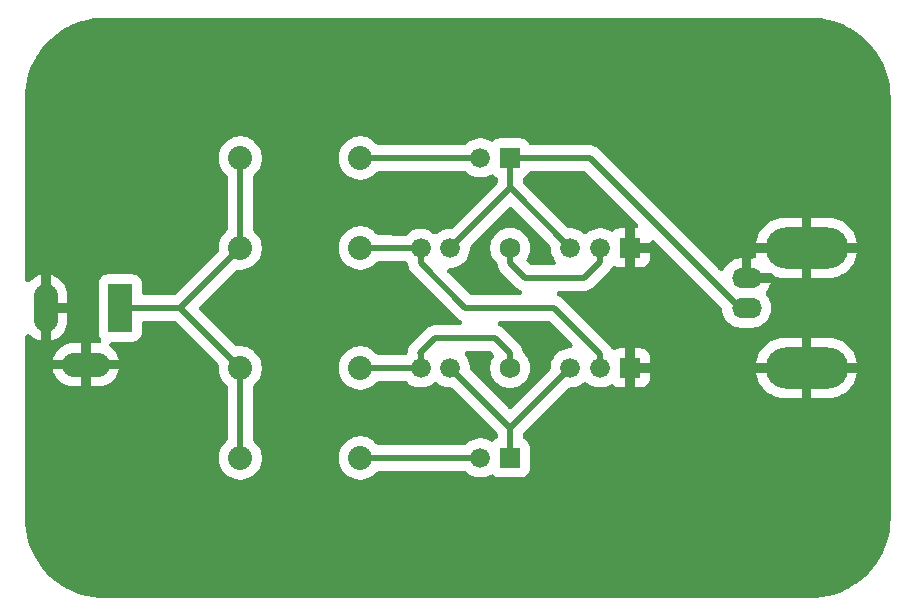
<source format=gbr>
%TF.GenerationSoftware,KiCad,Pcbnew,9.0.6*%
%TF.CreationDate,2026-02-11T14:43:15-08:00*%
%TF.ProjectId,7L_LED_Flasher,374c5f4c-4544-45f4-966c-61736865722e,rev?*%
%TF.SameCoordinates,Original*%
%TF.FileFunction,Copper,L1,Top*%
%TF.FilePolarity,Positive*%
%FSLAX46Y46*%
G04 Gerber Fmt 4.6, Leading zero omitted, Abs format (unit mm)*
G04 Created by KiCad (PCBNEW 9.0.6) date 2026-02-11 14:43:15*
%MOMM*%
%LPD*%
G01*
G04 APERTURE LIST*
%TA.AperFunction,ComponentPad*%
%ADD10R,1.676400X1.676400*%
%TD*%
%TA.AperFunction,ComponentPad*%
%ADD11C,1.676400*%
%TD*%
%TA.AperFunction,ComponentPad*%
%ADD12C,2.032000*%
%TD*%
%TA.AperFunction,ComponentPad*%
%ADD13C,1.727200*%
%TD*%
%TA.AperFunction,ComponentPad*%
%ADD14R,2.032000X4.064000*%
%TD*%
%TA.AperFunction,ComponentPad*%
%ADD15O,2.032000X4.064000*%
%TD*%
%TA.AperFunction,ComponentPad*%
%ADD16O,4.064000X2.032000*%
%TD*%
%TA.AperFunction,ComponentPad*%
%ADD17O,2.540000X1.701800*%
%TD*%
%TA.AperFunction,ComponentPad*%
%ADD18O,7.000000X3.500000*%
%TD*%
%TA.AperFunction,Conductor*%
%ADD19C,0.508000*%
%TD*%
G04 APERTURE END LIST*
D10*
%TO.P,Q2,1,E*%
%TO.N,GND*%
X101600000Y-55880000D03*
D11*
%TO.P,Q2,2,B*%
%TO.N,Net-(Q2-B)*%
X99060000Y-55880000D03*
%TO.P,Q2,3,C*%
%TO.N,Net-(D2-K)*%
X96520000Y-55880000D03*
%TD*%
%TO.P,C1,1*%
%TO.N,Net-(Q2-B)*%
X83860000Y-45760000D03*
%TO.P,C1,2*%
%TO.N,Net-(D1-K)*%
X86360000Y-45760000D03*
%TD*%
D10*
%TO.P,Q1,1,E*%
%TO.N,GND*%
X101600000Y-45720000D03*
D11*
%TO.P,Q1,2,B*%
%TO.N,Net-(Q1-B)*%
X99060000Y-45720000D03*
%TO.P,Q1,3,C*%
%TO.N,Net-(D1-K)*%
X96520000Y-45720000D03*
%TD*%
D12*
%TO.P,R4,1*%
%TO.N,VCC*%
X68580000Y-63500000D03*
%TO.P,R4,2*%
%TO.N,Net-(D2-A)*%
X78740000Y-63500000D03*
%TD*%
D10*
%TO.P,D1,1,K*%
%TO.N,Net-(D1-K)*%
X91440000Y-38100000D03*
D11*
%TO.P,D1,2,A*%
%TO.N,Net-(D1-A)*%
X88900000Y-38100000D03*
%TD*%
D13*
%TO.P,REF\u002A\u002A,1*%
%TO.N,Net-(Q1-B)*%
X91440000Y-45720000D03*
%TD*%
D12*
%TO.P,R1,1*%
%TO.N,VCC*%
X68580000Y-45720000D03*
%TO.P,R1,2*%
%TO.N,Net-(Q2-B)*%
X78740000Y-45720000D03*
%TD*%
%TO.P,R3,1*%
%TO.N,VCC*%
X68580000Y-38100000D03*
%TO.P,R3,2*%
%TO.N,Net-(D1-A)*%
X78740000Y-38100000D03*
%TD*%
D11*
%TO.P,C2,1*%
%TO.N,Net-(D2-K)*%
X86360000Y-55880000D03*
%TO.P,C2,2*%
%TO.N,Net-(Q1-B)*%
X83860000Y-55880000D03*
%TD*%
D12*
%TO.P,R2,1*%
%TO.N,VCC*%
X68580000Y-55880000D03*
%TO.P,R2,2*%
%TO.N,Net-(Q1-B)*%
X78740000Y-55880000D03*
%TD*%
D14*
%TO.P,J3,1*%
%TO.N,VCC*%
X58420000Y-50800000D03*
D15*
%TO.P,J3,2*%
%TO.N,GND*%
X52120000Y-50800000D03*
D16*
%TO.P,J3,3*%
X55520000Y-55600000D03*
%TD*%
D13*
%TO.P,,1*%
%TO.N,Net-(Q1-B)*%
X91440000Y-55880000D03*
%TD*%
D10*
%TO.P,D2,1,K*%
%TO.N,Net-(D2-K)*%
X91440000Y-63500000D03*
D11*
%TO.P,D2,2,A*%
%TO.N,Net-(D2-A)*%
X88900000Y-63500000D03*
%TD*%
D17*
%TO.P,J1,1,In*%
%TO.N,Net-(D1-K)*%
X111450000Y-50800000D03*
D18*
%TO.P,J1,2,Ext*%
%TO.N,GND*%
X116530000Y-45720000D03*
D17*
X111450000Y-48260000D03*
D18*
X116530000Y-55880000D03*
%TD*%
D19*
%TO.N,Net-(Q2-B)*%
X87630000Y-50800000D02*
X95165393Y-50800000D01*
X81320000Y-45760000D02*
X83860000Y-45760000D01*
X78740000Y-45720000D02*
X81280000Y-45720000D01*
X81280000Y-45720000D02*
X81320000Y-45760000D01*
X99060000Y-54694607D02*
X99060000Y-55880000D01*
X83860000Y-47030000D02*
X87630000Y-50800000D01*
X95165393Y-50800000D02*
X99060000Y-54694607D01*
X83860000Y-45760000D02*
X83860000Y-47030000D01*
%TO.N,Net-(D1-K)*%
X98157448Y-38100000D02*
X110857448Y-50800000D01*
X91480000Y-40680000D02*
X96520000Y-45720000D01*
X110857448Y-50800000D02*
X111450000Y-50800000D01*
X91440000Y-40680000D02*
X91480000Y-40680000D01*
X91440000Y-38100000D02*
X98157448Y-38100000D01*
X91440000Y-38100000D02*
X91440000Y-40680000D01*
X91440000Y-40680000D02*
X86360000Y-45760000D01*
%TO.N,Net-(Q1-B)*%
X97705393Y-48260000D02*
X99060000Y-46905393D01*
X90170000Y-53340000D02*
X85090000Y-53340000D01*
X83860000Y-54650000D02*
X83860000Y-55880000D01*
X78740000Y-55880000D02*
X83860000Y-55880000D01*
X85090000Y-53340000D02*
X83820000Y-54610000D01*
X91440000Y-54610000D02*
X90170000Y-53340000D01*
X91440000Y-45720000D02*
X91440000Y-46990000D01*
X91440000Y-46990000D02*
X92710000Y-48260000D01*
X91440000Y-55880000D02*
X91440000Y-54610000D01*
X83820000Y-54610000D02*
X83860000Y-54650000D01*
X92710000Y-48260000D02*
X97705393Y-48260000D01*
X99060000Y-46905393D02*
X99060000Y-45720000D01*
%TO.N,Net-(D2-K)*%
X86360000Y-55880000D02*
X91440000Y-60960000D01*
X96520000Y-55880000D02*
X91440000Y-60960000D01*
X91440000Y-60960000D02*
X91440000Y-63500000D01*
%TO.N,Net-(D1-A)*%
X78740000Y-38100000D02*
X88900000Y-38100000D01*
%TO.N,Net-(D2-A)*%
X78740000Y-63500000D02*
X88900000Y-63500000D01*
%TO.N,VCC*%
X68580000Y-63500000D02*
X68580000Y-55880000D01*
X68580000Y-55880000D02*
X63500000Y-50800000D01*
X63500000Y-50800000D02*
X68580000Y-45720000D01*
X68580000Y-38100000D02*
X68580000Y-45720000D01*
X63500000Y-50800000D02*
X58420000Y-50800000D01*
%TD*%
%TA.AperFunction,Conductor*%
%TO.N,GND*%
G36*
X116844730Y-26213477D02*
G01*
X117339207Y-26231979D01*
X117358072Y-26233392D01*
X117845081Y-26288265D01*
X117863787Y-26291084D01*
X118345335Y-26382198D01*
X118363773Y-26386407D01*
X118837169Y-26513253D01*
X118855218Y-26518820D01*
X119317856Y-26680704D01*
X119335437Y-26687605D01*
X119784655Y-26883596D01*
X119801671Y-26891791D01*
X120157457Y-27079829D01*
X120234981Y-27120802D01*
X120251366Y-27130262D01*
X120666344Y-27391009D01*
X120681952Y-27401651D01*
X121032671Y-27660493D01*
X121076289Y-27692685D01*
X121091081Y-27704481D01*
X121462560Y-28024164D01*
X121476429Y-28037033D01*
X121822966Y-28383570D01*
X121835835Y-28397439D01*
X122155518Y-28768918D01*
X122167314Y-28783710D01*
X122458340Y-29178035D01*
X122468998Y-29193668D01*
X122729737Y-29608633D01*
X122739197Y-29625018D01*
X122968201Y-30058313D01*
X122976410Y-30075359D01*
X123172388Y-30524546D01*
X123179301Y-30542158D01*
X123341174Y-31004765D01*
X123346750Y-31022845D01*
X123473591Y-31496222D01*
X123477801Y-31514667D01*
X123568914Y-31996211D01*
X123571734Y-32014920D01*
X123626606Y-32501926D01*
X123628020Y-32520793D01*
X123646523Y-33015269D01*
X123646700Y-33024729D01*
X123646700Y-68575270D01*
X123646523Y-68584730D01*
X123628020Y-69079206D01*
X123626606Y-69098073D01*
X123571734Y-69585079D01*
X123568914Y-69603788D01*
X123477801Y-70085332D01*
X123473591Y-70103777D01*
X123346750Y-70577154D01*
X123341174Y-70595234D01*
X123179301Y-71057841D01*
X123172388Y-71075453D01*
X122976410Y-71524640D01*
X122968201Y-71541686D01*
X122739197Y-71974981D01*
X122729737Y-71991366D01*
X122468998Y-72406331D01*
X122458340Y-72421964D01*
X122167314Y-72816289D01*
X122155518Y-72831081D01*
X121835835Y-73202560D01*
X121822966Y-73216429D01*
X121476429Y-73562966D01*
X121462560Y-73575835D01*
X121091081Y-73895518D01*
X121076289Y-73907314D01*
X120681964Y-74198340D01*
X120666331Y-74208998D01*
X120251366Y-74469737D01*
X120234981Y-74479197D01*
X119801686Y-74708201D01*
X119784640Y-74716410D01*
X119335453Y-74912388D01*
X119317841Y-74919301D01*
X118855234Y-75081174D01*
X118837154Y-75086750D01*
X118363777Y-75213591D01*
X118345332Y-75217801D01*
X117863788Y-75308914D01*
X117845079Y-75311734D01*
X117358073Y-75366606D01*
X117339206Y-75368020D01*
X116844730Y-75386523D01*
X116835270Y-75386700D01*
X57154730Y-75386700D01*
X57145270Y-75386523D01*
X56650793Y-75368020D01*
X56631926Y-75366606D01*
X56144920Y-75311734D01*
X56126211Y-75308914D01*
X55644667Y-75217801D01*
X55626222Y-75213591D01*
X55152845Y-75086750D01*
X55134765Y-75081174D01*
X54672158Y-74919301D01*
X54654546Y-74912388D01*
X54205355Y-74716408D01*
X54188313Y-74708201D01*
X53755018Y-74479197D01*
X53738633Y-74469737D01*
X53472549Y-74302546D01*
X53323661Y-74208993D01*
X53308041Y-74198344D01*
X52913710Y-73907314D01*
X52898918Y-73895518D01*
X52527439Y-73575835D01*
X52513570Y-73562966D01*
X52167033Y-73216429D01*
X52154164Y-73202560D01*
X51834481Y-72831081D01*
X51822685Y-72816289D01*
X51631734Y-72557560D01*
X51531651Y-72421952D01*
X51521009Y-72406344D01*
X51260262Y-71991366D01*
X51250802Y-71974981D01*
X51209829Y-71897457D01*
X51021791Y-71541671D01*
X51013596Y-71524655D01*
X50817605Y-71075437D01*
X50810704Y-71057856D01*
X50648820Y-70595218D01*
X50643253Y-70577169D01*
X50516407Y-70103773D01*
X50512198Y-70085332D01*
X50421085Y-69603788D01*
X50418265Y-69585079D01*
X50363393Y-69098073D01*
X50361979Y-69079206D01*
X50343477Y-68584730D01*
X50343300Y-68575270D01*
X50343300Y-55193599D01*
X52719580Y-55193599D01*
X52719581Y-55193600D01*
X54191978Y-55193600D01*
X54097498Y-55288080D01*
X54030619Y-55403919D01*
X53996000Y-55533120D01*
X53996000Y-55666880D01*
X54030619Y-55796081D01*
X54097498Y-55911920D01*
X54191978Y-56006400D01*
X52719580Y-56006400D01*
X52768534Y-56189100D01*
X52768539Y-56189113D01*
X52860278Y-56410590D01*
X52860283Y-56410600D01*
X52980141Y-56618199D01*
X52980154Y-56618219D01*
X53126083Y-56808397D01*
X53295602Y-56977916D01*
X53485780Y-57123845D01*
X53485800Y-57123858D01*
X53693399Y-57243716D01*
X53693414Y-57243723D01*
X53914881Y-57335459D01*
X53914900Y-57335465D01*
X54146449Y-57397508D01*
X54384133Y-57428799D01*
X54384136Y-57428800D01*
X55113600Y-57428800D01*
X55113600Y-56108000D01*
X55926400Y-56108000D01*
X55926400Y-57428800D01*
X56655864Y-57428800D01*
X56655866Y-57428799D01*
X56893548Y-57397508D01*
X56893551Y-57397508D01*
X57125099Y-57335465D01*
X57125118Y-57335459D01*
X57346585Y-57243723D01*
X57346600Y-57243716D01*
X57554199Y-57123858D01*
X57554219Y-57123845D01*
X57744397Y-56977916D01*
X57913916Y-56808397D01*
X58059845Y-56618219D01*
X58059858Y-56618199D01*
X58179716Y-56410600D01*
X58179721Y-56410590D01*
X58271460Y-56189113D01*
X58271465Y-56189100D01*
X58320419Y-56006400D01*
X56848022Y-56006400D01*
X56942502Y-55911920D01*
X57009381Y-55796081D01*
X57044000Y-55666880D01*
X57044000Y-55533120D01*
X57009381Y-55403919D01*
X56942502Y-55288080D01*
X56848022Y-55193600D01*
X58320419Y-55193600D01*
X58320419Y-55193599D01*
X58271465Y-55010899D01*
X58271460Y-55010886D01*
X58179721Y-54789409D01*
X58179716Y-54789399D01*
X58059858Y-54581800D01*
X58059845Y-54581780D01*
X57913916Y-54391602D01*
X57744397Y-54222083D01*
X57584016Y-54099018D01*
X57518928Y-54024800D01*
X57487197Y-53931323D01*
X57493654Y-53832818D01*
X57537315Y-53744283D01*
X57611533Y-53679195D01*
X57705010Y-53647464D01*
X57738033Y-53645300D01*
X59481673Y-53645300D01*
X59481673Y-53645299D01*
X59618121Y-53629926D01*
X59791110Y-53569394D01*
X59946293Y-53471887D01*
X60075887Y-53342293D01*
X60173394Y-53187110D01*
X60233926Y-53014121D01*
X60249300Y-52877672D01*
X60249300Y-52120300D01*
X60268558Y-52023481D01*
X60323402Y-51941402D01*
X60405481Y-51886558D01*
X60502300Y-51867300D01*
X62953114Y-51867300D01*
X63049933Y-51886558D01*
X63132012Y-51941402D01*
X66685745Y-55495135D01*
X66740589Y-55577214D01*
X66759847Y-55674033D01*
X66757683Y-55707054D01*
X66750700Y-55760095D01*
X66750700Y-55999912D01*
X66782000Y-56237644D01*
X66782000Y-56237648D01*
X66844060Y-56469260D01*
X66844064Y-56469271D01*
X66935829Y-56690812D01*
X66935832Y-56690820D01*
X67055723Y-56898475D01*
X67055730Y-56898486D01*
X67201707Y-57088728D01*
X67371271Y-57258292D01*
X67413716Y-57290861D01*
X67478804Y-57365079D01*
X67510535Y-57458556D01*
X67512700Y-57491580D01*
X67512700Y-61888419D01*
X67493442Y-61985238D01*
X67438598Y-62067317D01*
X67413719Y-62089136D01*
X67371269Y-62121709D01*
X67201707Y-62291271D01*
X67055730Y-62481513D01*
X67055723Y-62481524D01*
X66935832Y-62689179D01*
X66935829Y-62689187D01*
X66844064Y-62910728D01*
X66844060Y-62910739D01*
X66782000Y-63142351D01*
X66782000Y-63142355D01*
X66750700Y-63380087D01*
X66750700Y-63619912D01*
X66782000Y-63857644D01*
X66782000Y-63857648D01*
X66844060Y-64089260D01*
X66844064Y-64089271D01*
X66935829Y-64310812D01*
X66935832Y-64310820D01*
X67055723Y-64518475D01*
X67055729Y-64518485D01*
X67093186Y-64567300D01*
X67189876Y-64693310D01*
X67201708Y-64708729D01*
X67371271Y-64878292D01*
X67561515Y-65024271D01*
X67561524Y-65024276D01*
X67769179Y-65144167D01*
X67769181Y-65144167D01*
X67769185Y-65144170D01*
X67990729Y-65235936D01*
X67990735Y-65235937D01*
X67990739Y-65235939D01*
X68134420Y-65274437D01*
X68222356Y-65298000D01*
X68321675Y-65311075D01*
X68460087Y-65329299D01*
X68460099Y-65329299D01*
X68460101Y-65329300D01*
X68460102Y-65329300D01*
X68699898Y-65329300D01*
X68699899Y-65329300D01*
X68699900Y-65329299D01*
X68699912Y-65329299D01*
X68798741Y-65316287D01*
X68937644Y-65298000D01*
X69169271Y-65235936D01*
X69390815Y-65144170D01*
X69598485Y-65024271D01*
X69788729Y-64878292D01*
X69958292Y-64708729D01*
X70104271Y-64518485D01*
X70224170Y-64310815D01*
X70315936Y-64089271D01*
X70378000Y-63857644D01*
X70396287Y-63718741D01*
X70409299Y-63619912D01*
X70409300Y-63619898D01*
X70409300Y-63380101D01*
X70409299Y-63380087D01*
X70393879Y-63262970D01*
X70378000Y-63142356D01*
X70315936Y-62910729D01*
X70224170Y-62689185D01*
X70181990Y-62616128D01*
X70104276Y-62481524D01*
X70104271Y-62481515D01*
X69958292Y-62291271D01*
X69788729Y-62121708D01*
X69746281Y-62089136D01*
X69681194Y-62014916D01*
X69649464Y-61921439D01*
X69647300Y-61888419D01*
X69647300Y-57491580D01*
X69666558Y-57394761D01*
X69721402Y-57312682D01*
X69746284Y-57290861D01*
X69746473Y-57290716D01*
X69788729Y-57258292D01*
X69958292Y-57088729D01*
X70104271Y-56898485D01*
X70224170Y-56690815D01*
X70315936Y-56469271D01*
X70331657Y-56410600D01*
X70377999Y-56237648D01*
X70377999Y-56237647D01*
X70378000Y-56237644D01*
X70399626Y-56073381D01*
X70409299Y-55999912D01*
X70409300Y-55999898D01*
X70409300Y-55760101D01*
X70409299Y-55760087D01*
X70382271Y-55554799D01*
X70378000Y-55522356D01*
X70370706Y-55495135D01*
X70315939Y-55290739D01*
X70315937Y-55290735D01*
X70315936Y-55290729D01*
X70224170Y-55069185D01*
X70190518Y-55010899D01*
X70125169Y-54897712D01*
X70104271Y-54861515D01*
X69958292Y-54671271D01*
X69788729Y-54501708D01*
X69728664Y-54455619D01*
X69598486Y-54355730D01*
X69598485Y-54355729D01*
X69595392Y-54353943D01*
X69390820Y-54235832D01*
X69390815Y-54235830D01*
X69169271Y-54144064D01*
X69169260Y-54144060D01*
X68937646Y-54082000D01*
X68699912Y-54050700D01*
X68699899Y-54050700D01*
X68460101Y-54050700D01*
X68460095Y-54050700D01*
X68407054Y-54057683D01*
X68308549Y-54051226D01*
X68220014Y-54007564D01*
X68195135Y-53985745D01*
X65188287Y-50978897D01*
X65133443Y-50896818D01*
X65114185Y-50799999D01*
X65133443Y-50703180D01*
X65188283Y-50621106D01*
X68195137Y-47614251D01*
X68277213Y-47559410D01*
X68374032Y-47540152D01*
X68407057Y-47542317D01*
X68460089Y-47549299D01*
X68460099Y-47549299D01*
X68460101Y-47549300D01*
X68460102Y-47549300D01*
X68699898Y-47549300D01*
X68699899Y-47549300D01*
X68699900Y-47549299D01*
X68699912Y-47549299D01*
X68804294Y-47535556D01*
X68937644Y-47518000D01*
X69169271Y-47455936D01*
X69390815Y-47364170D01*
X69598485Y-47244271D01*
X69788729Y-47098292D01*
X69958292Y-46928729D01*
X70104271Y-46738485D01*
X70224170Y-46530815D01*
X70315936Y-46309271D01*
X70378000Y-46077644D01*
X70402707Y-45889977D01*
X70409299Y-45839912D01*
X70409300Y-45839898D01*
X70409300Y-45600101D01*
X70409299Y-45600087D01*
X70382271Y-45394799D01*
X70378000Y-45362356D01*
X70370207Y-45333273D01*
X70315939Y-45130739D01*
X70315937Y-45130735D01*
X70315936Y-45130729D01*
X70224170Y-44909185D01*
X70178094Y-44829380D01*
X70125169Y-44737712D01*
X70104271Y-44701515D01*
X69958292Y-44511271D01*
X69788729Y-44341708D01*
X69750043Y-44312023D01*
X69746281Y-44309136D01*
X69681194Y-44234916D01*
X69649464Y-44141439D01*
X69647300Y-44108419D01*
X69647300Y-39711580D01*
X69666558Y-39614761D01*
X69721402Y-39532682D01*
X69746284Y-39510861D01*
X69788729Y-39478292D01*
X69958292Y-39308729D01*
X70104271Y-39118485D01*
X70224170Y-38910815D01*
X70315936Y-38689271D01*
X70378000Y-38457644D01*
X70396287Y-38318741D01*
X70409299Y-38219912D01*
X70409300Y-38219898D01*
X70409300Y-37980101D01*
X70409299Y-37980087D01*
X76910700Y-37980087D01*
X76910700Y-38219912D01*
X76942000Y-38457644D01*
X76942000Y-38457648D01*
X77004060Y-38689260D01*
X77004064Y-38689271D01*
X77095829Y-38910812D01*
X77095832Y-38910820D01*
X77215723Y-39118475D01*
X77215730Y-39118486D01*
X77349876Y-39293310D01*
X77361708Y-39308729D01*
X77531271Y-39478292D01*
X77721515Y-39624271D01*
X77721524Y-39624276D01*
X77929179Y-39744167D01*
X77929181Y-39744167D01*
X77929185Y-39744170D01*
X78150729Y-39835936D01*
X78150735Y-39835937D01*
X78150739Y-39835939D01*
X78294420Y-39874437D01*
X78382356Y-39898000D01*
X78481675Y-39911075D01*
X78620087Y-39929299D01*
X78620099Y-39929299D01*
X78620101Y-39929300D01*
X78620102Y-39929300D01*
X78859898Y-39929300D01*
X78859899Y-39929300D01*
X78859900Y-39929299D01*
X78859912Y-39929299D01*
X78958741Y-39916287D01*
X79097644Y-39898000D01*
X79244744Y-39858585D01*
X79329260Y-39835939D01*
X79329260Y-39835938D01*
X79329271Y-39835936D01*
X79550815Y-39744170D01*
X79758485Y-39624271D01*
X79948729Y-39478292D01*
X80118292Y-39308729D01*
X80150861Y-39266283D01*
X80225079Y-39201196D01*
X80318556Y-39169465D01*
X80351580Y-39167300D01*
X87526930Y-39167300D01*
X87623749Y-39186558D01*
X87705828Y-39241402D01*
X87824120Y-39359694D01*
X88034423Y-39512489D01*
X88034425Y-39512490D01*
X88266044Y-39630505D01*
X88513273Y-39710835D01*
X88770024Y-39751500D01*
X88770026Y-39751500D01*
X89029974Y-39751500D01*
X89029976Y-39751500D01*
X89286727Y-39710835D01*
X89533956Y-39630505D01*
X89765575Y-39512490D01*
X89765581Y-39512485D01*
X89774255Y-39508066D01*
X89869265Y-39481271D01*
X89967296Y-39492874D01*
X90034019Y-39526098D01*
X90052269Y-39538849D01*
X90091507Y-39578087D01*
X90246690Y-39675594D01*
X90249283Y-39676501D01*
X90264604Y-39687206D01*
X90294576Y-39718451D01*
X90326036Y-39748193D01*
X90328598Y-39753918D01*
X90332940Y-39758445D01*
X90348674Y-39798785D01*
X90366356Y-39838299D01*
X90367277Y-39846479D01*
X90368812Y-39850413D01*
X90368641Y-39858585D01*
X90372700Y-39894599D01*
X90372700Y-40133113D01*
X90353442Y-40229932D01*
X90298598Y-40312011D01*
X86576211Y-44034398D01*
X86494132Y-44089242D01*
X86397313Y-44108500D01*
X86230022Y-44108500D01*
X85973272Y-44149165D01*
X85726040Y-44229496D01*
X85494423Y-44347510D01*
X85284120Y-44500305D01*
X85276560Y-44506763D01*
X85274933Y-44504858D01*
X85206819Y-44550372D01*
X85110000Y-44569630D01*
X85013181Y-44550372D01*
X84945066Y-44504858D01*
X84943440Y-44506763D01*
X84935879Y-44500305D01*
X84725576Y-44347510D01*
X84493959Y-44229496D01*
X84246727Y-44149165D01*
X83989977Y-44108500D01*
X83989976Y-44108500D01*
X83730024Y-44108500D01*
X83730022Y-44108500D01*
X83473272Y-44149165D01*
X83226040Y-44229496D01*
X82994423Y-44347510D01*
X82784120Y-44500305D01*
X82784118Y-44500307D01*
X82665828Y-44618598D01*
X82583749Y-44673442D01*
X82486930Y-44692700D01*
X81611132Y-44692700D01*
X81561775Y-44687839D01*
X81528148Y-44681150D01*
X81385120Y-44652700D01*
X81385117Y-44652700D01*
X80351580Y-44652700D01*
X80254761Y-44633442D01*
X80172682Y-44578598D01*
X80150861Y-44553716D01*
X80118292Y-44511271D01*
X79948728Y-44341707D01*
X79819185Y-44242306D01*
X79758485Y-44195729D01*
X79758475Y-44195723D01*
X79550820Y-44075832D01*
X79550815Y-44075830D01*
X79329271Y-43984064D01*
X79329260Y-43984060D01*
X79097646Y-43922000D01*
X78859912Y-43890700D01*
X78859899Y-43890700D01*
X78620101Y-43890700D01*
X78620087Y-43890700D01*
X78382355Y-43922000D01*
X78382351Y-43922000D01*
X78150739Y-43984060D01*
X78150728Y-43984064D01*
X77929187Y-44075829D01*
X77929179Y-44075832D01*
X77721524Y-44195723D01*
X77721513Y-44195730D01*
X77531271Y-44341707D01*
X77361707Y-44511271D01*
X77215730Y-44701513D01*
X77215723Y-44701524D01*
X77095832Y-44909179D01*
X77095829Y-44909187D01*
X77004064Y-45130728D01*
X77004060Y-45130739D01*
X76942000Y-45362351D01*
X76942000Y-45362355D01*
X76910700Y-45600087D01*
X76910700Y-45839912D01*
X76942000Y-46077644D01*
X76942000Y-46077648D01*
X77004060Y-46309260D01*
X77004064Y-46309271D01*
X77039141Y-46393956D01*
X77095829Y-46530812D01*
X77095832Y-46530820D01*
X77194830Y-46702287D01*
X77215729Y-46738485D01*
X77256916Y-46792161D01*
X77349711Y-46913095D01*
X77361708Y-46928729D01*
X77531271Y-47098292D01*
X77721515Y-47244271D01*
X77780787Y-47278492D01*
X77929179Y-47364167D01*
X77929181Y-47364167D01*
X77929185Y-47364170D01*
X78150729Y-47455936D01*
X78150735Y-47455937D01*
X78150739Y-47455939D01*
X78261444Y-47485602D01*
X78382356Y-47518000D01*
X78481675Y-47531075D01*
X78620087Y-47549299D01*
X78620099Y-47549299D01*
X78620101Y-47549300D01*
X78620102Y-47549300D01*
X78859898Y-47549300D01*
X78859899Y-47549300D01*
X78859900Y-47549299D01*
X78859912Y-47549299D01*
X78964294Y-47535556D01*
X79097644Y-47518000D01*
X79329271Y-47455936D01*
X79550815Y-47364170D01*
X79758485Y-47244271D01*
X79948729Y-47098292D01*
X80118292Y-46928729D01*
X80150861Y-46886283D01*
X80225079Y-46821196D01*
X80318556Y-46789465D01*
X80351580Y-46787300D01*
X80988868Y-46787300D01*
X81038225Y-46792161D01*
X81056922Y-46795880D01*
X81214880Y-46827300D01*
X81425120Y-46827300D01*
X82486930Y-46827300D01*
X82583749Y-46846558D01*
X82665828Y-46901402D01*
X82718598Y-46954172D01*
X82773442Y-47036251D01*
X82790662Y-47122826D01*
X82791481Y-47122746D01*
X82792299Y-47131058D01*
X82792700Y-47133070D01*
X82792700Y-47135120D01*
X82833716Y-47341320D01*
X82906899Y-47517999D01*
X82914172Y-47535558D01*
X83030972Y-47710362D01*
X86949637Y-51629027D01*
X87124445Y-51745830D01*
X87221325Y-51785959D01*
X87303404Y-51840802D01*
X87358248Y-51922881D01*
X87377506Y-52019700D01*
X87358247Y-52116519D01*
X87303404Y-52198598D01*
X87221325Y-52253442D01*
X87124506Y-52272700D01*
X85195120Y-52272700D01*
X84984880Y-52272700D01*
X84778680Y-52313716D01*
X84584441Y-52394172D01*
X84409637Y-52510972D01*
X82990972Y-53929637D01*
X82874172Y-54104441D01*
X82857760Y-54144064D01*
X82793716Y-54298680D01*
X82752700Y-54504880D01*
X82752700Y-54504883D01*
X82752700Y-54546930D01*
X82733442Y-54643749D01*
X82678598Y-54725828D01*
X82665828Y-54738598D01*
X82583749Y-54793442D01*
X82486930Y-54812700D01*
X80351580Y-54812700D01*
X80254761Y-54793442D01*
X80172682Y-54738598D01*
X80150861Y-54713716D01*
X80118292Y-54671271D01*
X79948728Y-54501707D01*
X79758486Y-54355730D01*
X79758485Y-54355729D01*
X79755392Y-54353943D01*
X79550820Y-54235832D01*
X79550815Y-54235830D01*
X79329271Y-54144064D01*
X79329260Y-54144060D01*
X79097646Y-54082000D01*
X78859912Y-54050700D01*
X78859899Y-54050700D01*
X78620101Y-54050700D01*
X78620087Y-54050700D01*
X78382355Y-54082000D01*
X78382351Y-54082000D01*
X78150739Y-54144060D01*
X78150728Y-54144064D01*
X77929187Y-54235829D01*
X77929179Y-54235832D01*
X77721524Y-54355723D01*
X77721513Y-54355730D01*
X77531271Y-54501707D01*
X77361707Y-54671271D01*
X77215730Y-54861513D01*
X77215723Y-54861524D01*
X77095832Y-55069179D01*
X77095829Y-55069187D01*
X77004064Y-55290728D01*
X77004060Y-55290739D01*
X76942000Y-55522351D01*
X76942000Y-55522355D01*
X76910700Y-55760087D01*
X76910700Y-55999912D01*
X76942000Y-56237644D01*
X76942000Y-56237648D01*
X77004060Y-56469260D01*
X77004064Y-56469271D01*
X77095829Y-56690812D01*
X77095832Y-56690820D01*
X77215723Y-56898475D01*
X77215730Y-56898486D01*
X77349711Y-57073095D01*
X77361708Y-57088729D01*
X77531271Y-57258292D01*
X77721515Y-57404271D01*
X77721524Y-57404276D01*
X77929179Y-57524167D01*
X77929181Y-57524167D01*
X77929185Y-57524170D01*
X78150729Y-57615936D01*
X78150735Y-57615937D01*
X78150739Y-57615939D01*
X78294420Y-57654437D01*
X78382356Y-57678000D01*
X78481675Y-57691075D01*
X78620087Y-57709299D01*
X78620099Y-57709299D01*
X78620101Y-57709300D01*
X78620102Y-57709300D01*
X78859898Y-57709300D01*
X78859899Y-57709300D01*
X78859900Y-57709299D01*
X78859912Y-57709299D01*
X78958741Y-57696287D01*
X79097644Y-57678000D01*
X79329271Y-57615936D01*
X79550815Y-57524170D01*
X79758485Y-57404271D01*
X79948729Y-57258292D01*
X80118292Y-57088729D01*
X80150861Y-57046283D01*
X80225079Y-56981196D01*
X80318556Y-56949465D01*
X80351580Y-56947300D01*
X82486930Y-56947300D01*
X82583749Y-56966558D01*
X82665828Y-57021402D01*
X82784120Y-57139694D01*
X82994423Y-57292489D01*
X83180279Y-57387187D01*
X83226044Y-57410505D01*
X83473273Y-57490835D01*
X83730024Y-57531500D01*
X83730026Y-57531500D01*
X83989974Y-57531500D01*
X83989976Y-57531500D01*
X84246727Y-57490835D01*
X84493956Y-57410505D01*
X84725575Y-57292490D01*
X84935880Y-57139694D01*
X84935885Y-57139688D01*
X84943440Y-57133237D01*
X84945066Y-57135141D01*
X85013181Y-57089628D01*
X85110000Y-57070370D01*
X85206819Y-57089628D01*
X85274933Y-57135141D01*
X85276560Y-57133237D01*
X85284120Y-57139694D01*
X85494423Y-57292489D01*
X85680279Y-57387187D01*
X85726044Y-57410505D01*
X85973273Y-57490835D01*
X86230024Y-57531500D01*
X86230026Y-57531500D01*
X86397314Y-57531500D01*
X86494133Y-57550758D01*
X86576212Y-57605602D01*
X90298598Y-61327988D01*
X90353442Y-61410067D01*
X90372700Y-61506886D01*
X90372700Y-61705400D01*
X90353442Y-61802219D01*
X90298598Y-61884298D01*
X90254303Y-61919622D01*
X90091508Y-62021911D01*
X90068010Y-62045409D01*
X89985930Y-62100251D01*
X89889111Y-62119508D01*
X89792293Y-62100248D01*
X89774256Y-62091933D01*
X89533959Y-61969496D01*
X89380463Y-61919622D01*
X89286727Y-61889165D01*
X89230831Y-61880312D01*
X89029977Y-61848500D01*
X89029976Y-61848500D01*
X88770024Y-61848500D01*
X88770022Y-61848500D01*
X88513272Y-61889165D01*
X88266040Y-61969496D01*
X88034423Y-62087510D01*
X87824120Y-62240305D01*
X87824118Y-62240307D01*
X87705828Y-62358598D01*
X87623749Y-62413442D01*
X87526930Y-62432700D01*
X80351580Y-62432700D01*
X80254761Y-62413442D01*
X80172682Y-62358598D01*
X80150861Y-62333716D01*
X80118292Y-62291271D01*
X79948728Y-62121707D01*
X79818671Y-62021911D01*
X79758485Y-61975729D01*
X79758475Y-61975723D01*
X79550820Y-61855832D01*
X79550815Y-61855830D01*
X79329271Y-61764064D01*
X79329260Y-61764060D01*
X79097646Y-61702000D01*
X78859912Y-61670700D01*
X78859899Y-61670700D01*
X78620101Y-61670700D01*
X78620087Y-61670700D01*
X78382355Y-61702000D01*
X78382351Y-61702000D01*
X78150739Y-61764060D01*
X78150728Y-61764064D01*
X77929187Y-61855829D01*
X77929179Y-61855832D01*
X77721524Y-61975723D01*
X77721513Y-61975730D01*
X77531271Y-62121707D01*
X77361707Y-62291271D01*
X77215730Y-62481513D01*
X77215723Y-62481524D01*
X77095832Y-62689179D01*
X77095829Y-62689187D01*
X77004064Y-62910728D01*
X77004060Y-62910739D01*
X76942000Y-63142351D01*
X76942000Y-63142355D01*
X76910700Y-63380087D01*
X76910700Y-63619912D01*
X76942000Y-63857644D01*
X76942000Y-63857648D01*
X77004060Y-64089260D01*
X77004064Y-64089271D01*
X77095829Y-64310812D01*
X77095832Y-64310820D01*
X77215723Y-64518475D01*
X77215729Y-64518485D01*
X77253186Y-64567300D01*
X77349876Y-64693310D01*
X77361708Y-64708729D01*
X77531271Y-64878292D01*
X77721515Y-65024271D01*
X77721524Y-65024276D01*
X77929179Y-65144167D01*
X77929181Y-65144167D01*
X77929185Y-65144170D01*
X78150729Y-65235936D01*
X78150735Y-65235937D01*
X78150739Y-65235939D01*
X78294420Y-65274437D01*
X78382356Y-65298000D01*
X78481675Y-65311075D01*
X78620087Y-65329299D01*
X78620099Y-65329299D01*
X78620101Y-65329300D01*
X78620102Y-65329300D01*
X78859898Y-65329300D01*
X78859899Y-65329300D01*
X78859900Y-65329299D01*
X78859912Y-65329299D01*
X78958741Y-65316287D01*
X79097644Y-65298000D01*
X79329271Y-65235936D01*
X79550815Y-65144170D01*
X79758485Y-65024271D01*
X79948729Y-64878292D01*
X80118292Y-64708729D01*
X80150861Y-64666283D01*
X80225079Y-64601196D01*
X80318556Y-64569465D01*
X80351580Y-64567300D01*
X87526930Y-64567300D01*
X87623749Y-64586558D01*
X87705828Y-64641402D01*
X87824120Y-64759694D01*
X88034423Y-64912489D01*
X88034425Y-64912490D01*
X88266044Y-65030505D01*
X88513273Y-65110835D01*
X88770024Y-65151500D01*
X88770026Y-65151500D01*
X89029974Y-65151500D01*
X89029976Y-65151500D01*
X89286727Y-65110835D01*
X89533956Y-65030505D01*
X89765575Y-64912490D01*
X89765581Y-64912485D01*
X89774255Y-64908066D01*
X89869265Y-64881271D01*
X89967296Y-64892874D01*
X90053425Y-64941108D01*
X90068013Y-64954593D01*
X90091508Y-64978088D01*
X90246692Y-65075595D01*
X90333184Y-65105860D01*
X90419679Y-65136126D01*
X90556126Y-65151499D01*
X90556127Y-65151500D01*
X90556128Y-65151500D01*
X92323873Y-65151500D01*
X92323873Y-65151499D01*
X92460321Y-65136126D01*
X92633310Y-65075594D01*
X92788493Y-64978087D01*
X92918087Y-64848493D01*
X93015594Y-64693310D01*
X93076126Y-64520321D01*
X93091500Y-64383872D01*
X93091500Y-62616128D01*
X93076126Y-62479679D01*
X93056685Y-62424120D01*
X93015595Y-62306692D01*
X93005905Y-62291271D01*
X92973882Y-62240305D01*
X92918088Y-62151508D01*
X92788491Y-62021911D01*
X92625697Y-61919622D01*
X92605039Y-61900092D01*
X92581402Y-61884298D01*
X92569513Y-61866505D01*
X92553964Y-61851805D01*
X92542352Y-61825857D01*
X92526558Y-61802219D01*
X92522383Y-61781231D01*
X92513643Y-61761699D01*
X92507300Y-61705400D01*
X92507300Y-61506885D01*
X92526558Y-61410066D01*
X92581400Y-61327989D01*
X96303787Y-57605601D01*
X96385866Y-57550758D01*
X96482685Y-57531500D01*
X96649974Y-57531500D01*
X96649976Y-57531500D01*
X96906727Y-57490835D01*
X97153956Y-57410505D01*
X97385575Y-57292490D01*
X97595880Y-57139694D01*
X97611102Y-57124472D01*
X97693181Y-57069628D01*
X97790000Y-57050370D01*
X97886819Y-57069628D01*
X97968898Y-57124472D01*
X97984120Y-57139694D01*
X98194423Y-57292489D01*
X98380279Y-57387187D01*
X98426044Y-57410505D01*
X98673273Y-57490835D01*
X98930024Y-57531500D01*
X98930026Y-57531500D01*
X99189974Y-57531500D01*
X99189976Y-57531500D01*
X99446727Y-57490835D01*
X99693956Y-57410505D01*
X99925575Y-57292490D01*
X99925575Y-57292489D01*
X99934432Y-57287977D01*
X99935827Y-57290716D01*
X100009926Y-57263359D01*
X100108566Y-57267210D01*
X100198224Y-57308516D01*
X100228463Y-57334336D01*
X100251820Y-57357693D01*
X100406905Y-57455139D01*
X100579791Y-57515634D01*
X100716155Y-57531000D01*
X101193600Y-57531000D01*
X102006400Y-57531000D01*
X102483845Y-57531000D01*
X102620208Y-57515634D01*
X102793094Y-57455139D01*
X102793095Y-57455139D01*
X102948179Y-57357693D01*
X103077693Y-57228179D01*
X103175139Y-57073095D01*
X103175139Y-57073094D01*
X103235634Y-56900208D01*
X103251000Y-56763845D01*
X103251000Y-56286400D01*
X102006400Y-56286400D01*
X102006400Y-57531000D01*
X101193600Y-57531000D01*
X101193600Y-55933504D01*
X101221295Y-56036865D01*
X101274799Y-56129536D01*
X101350464Y-56205201D01*
X101443135Y-56258705D01*
X101546496Y-56286400D01*
X101653504Y-56286400D01*
X101756865Y-56258705D01*
X101849536Y-56205201D01*
X101925201Y-56129536D01*
X101978705Y-56036865D01*
X102006400Y-55933504D01*
X102006400Y-55826496D01*
X101978705Y-55723135D01*
X101925201Y-55630464D01*
X101849536Y-55554799D01*
X101756865Y-55501295D01*
X101653504Y-55473600D01*
X102006400Y-55473600D01*
X103251000Y-55473600D01*
X112246774Y-55473600D01*
X115610532Y-55473600D01*
X115563621Y-55586852D01*
X115525000Y-55781016D01*
X115525000Y-55978984D01*
X115563621Y-56173148D01*
X115610532Y-56286400D01*
X112246774Y-56286400D01*
X112249429Y-56309960D01*
X112313483Y-56590601D01*
X112408549Y-56862283D01*
X112408551Y-56862287D01*
X112533441Y-57121624D01*
X112533448Y-57121637D01*
X112686580Y-57365345D01*
X112686584Y-57365351D01*
X112866052Y-57590398D01*
X112866054Y-57590401D01*
X113069598Y-57793945D01*
X113069601Y-57793947D01*
X113294648Y-57973415D01*
X113294654Y-57973419D01*
X113538362Y-58126551D01*
X113538375Y-58126558D01*
X113797712Y-58251448D01*
X113797716Y-58251450D01*
X114069398Y-58346516D01*
X114350042Y-58410571D01*
X114636074Y-58442799D01*
X114636076Y-58442800D01*
X116123600Y-58442800D01*
X116123600Y-56799468D01*
X116236852Y-56846379D01*
X116431016Y-56885000D01*
X116628984Y-56885000D01*
X116823148Y-56846379D01*
X116936400Y-56799468D01*
X116936400Y-58442800D01*
X118423924Y-58442800D01*
X118423925Y-58442799D01*
X118709957Y-58410571D01*
X118990601Y-58346516D01*
X119262283Y-58251450D01*
X119262287Y-58251448D01*
X119521624Y-58126558D01*
X119521637Y-58126551D01*
X119765345Y-57973419D01*
X119765351Y-57973415D01*
X119990398Y-57793947D01*
X119990401Y-57793945D01*
X120193945Y-57590401D01*
X120193947Y-57590398D01*
X120373415Y-57365351D01*
X120373419Y-57365345D01*
X120526551Y-57121637D01*
X120526558Y-57121624D01*
X120651448Y-56862287D01*
X120651450Y-56862283D01*
X120746516Y-56590601D01*
X120810570Y-56309960D01*
X120813226Y-56286400D01*
X117449468Y-56286400D01*
X117496379Y-56173148D01*
X117535000Y-55978984D01*
X117535000Y-55781016D01*
X117496379Y-55586852D01*
X117449468Y-55473600D01*
X120813225Y-55473600D01*
X120810570Y-55450039D01*
X120746516Y-55169398D01*
X120651450Y-54897716D01*
X120651448Y-54897712D01*
X120526558Y-54638375D01*
X120526551Y-54638362D01*
X120373419Y-54394654D01*
X120373415Y-54394648D01*
X120193947Y-54169601D01*
X120193945Y-54169598D01*
X119990401Y-53966054D01*
X119990398Y-53966052D01*
X119765351Y-53786584D01*
X119765345Y-53786580D01*
X119521637Y-53633448D01*
X119521624Y-53633441D01*
X119262287Y-53508551D01*
X119262283Y-53508549D01*
X118990601Y-53413483D01*
X118709957Y-53349428D01*
X118423925Y-53317200D01*
X116936400Y-53317200D01*
X116936400Y-54960531D01*
X116823148Y-54913621D01*
X116628984Y-54875000D01*
X116431016Y-54875000D01*
X116236852Y-54913621D01*
X116123600Y-54960531D01*
X116123600Y-53317200D01*
X114636074Y-53317200D01*
X114350042Y-53349428D01*
X114069398Y-53413483D01*
X113797716Y-53508549D01*
X113797712Y-53508551D01*
X113538375Y-53633441D01*
X113538362Y-53633448D01*
X113294654Y-53786580D01*
X113294648Y-53786584D01*
X113069601Y-53966052D01*
X113069598Y-53966054D01*
X112866054Y-54169598D01*
X112866052Y-54169601D01*
X112686584Y-54394648D01*
X112686580Y-54394654D01*
X112533448Y-54638362D01*
X112533441Y-54638375D01*
X112408551Y-54897712D01*
X112408549Y-54897716D01*
X112313483Y-55169398D01*
X112249429Y-55450039D01*
X112246774Y-55473600D01*
X103251000Y-55473600D01*
X103251000Y-54996154D01*
X103235634Y-54859791D01*
X103175139Y-54686905D01*
X103175139Y-54686904D01*
X103077693Y-54531820D01*
X102948179Y-54402306D01*
X102793094Y-54304860D01*
X102620208Y-54244365D01*
X102483845Y-54229000D01*
X102006400Y-54229000D01*
X102006400Y-55473600D01*
X101653504Y-55473600D01*
X101546496Y-55473600D01*
X101443135Y-55501295D01*
X101350464Y-55554799D01*
X101274799Y-55630464D01*
X101221295Y-55723135D01*
X101193600Y-55826496D01*
X101193600Y-54229000D01*
X100716155Y-54229000D01*
X100579791Y-54244365D01*
X100406906Y-54304859D01*
X100380409Y-54321509D01*
X100288183Y-54356713D01*
X100189506Y-54353943D01*
X100099401Y-54313623D01*
X100031584Y-54241890D01*
X100012066Y-54204110D01*
X100005829Y-54189051D01*
X99975767Y-54144060D01*
X99889027Y-54014244D01*
X95845755Y-49970972D01*
X95670947Y-49854169D01*
X95574068Y-49814041D01*
X95491989Y-49759198D01*
X95437145Y-49677119D01*
X95417887Y-49580300D01*
X95437146Y-49483481D01*
X95491989Y-49401402D01*
X95574068Y-49346558D01*
X95670887Y-49327300D01*
X97810509Y-49327300D01*
X97810513Y-49327300D01*
X98016713Y-49286284D01*
X98210949Y-49205829D01*
X98385757Y-49089026D01*
X99889026Y-47585757D01*
X100005829Y-47410949D01*
X100012064Y-47395895D01*
X100066903Y-47313819D01*
X100148981Y-47258973D01*
X100245799Y-47239712D01*
X100342619Y-47258968D01*
X100380413Y-47278492D01*
X100406909Y-47295141D01*
X100579791Y-47355634D01*
X100716155Y-47371000D01*
X101193600Y-47371000D01*
X102006400Y-47371000D01*
X102483845Y-47371000D01*
X102620208Y-47355634D01*
X102793094Y-47295139D01*
X102793095Y-47295139D01*
X102948179Y-47197693D01*
X103077693Y-47068179D01*
X103175139Y-46913095D01*
X103175139Y-46913094D01*
X103235634Y-46740208D01*
X103251000Y-46603845D01*
X103251000Y-46126400D01*
X102006400Y-46126400D01*
X102006400Y-47371000D01*
X101193600Y-47371000D01*
X101193600Y-45773504D01*
X101221295Y-45876865D01*
X101274799Y-45969536D01*
X101350464Y-46045201D01*
X101443135Y-46098705D01*
X101546496Y-46126400D01*
X101653504Y-46126400D01*
X101756865Y-46098705D01*
X101849536Y-46045201D01*
X101925201Y-45969536D01*
X101978705Y-45876865D01*
X102006400Y-45773504D01*
X102006400Y-45666496D01*
X101978705Y-45563135D01*
X101925201Y-45470464D01*
X101849536Y-45394799D01*
X101756865Y-45341295D01*
X101653504Y-45313600D01*
X101546496Y-45313600D01*
X101443135Y-45341295D01*
X101350464Y-45394799D01*
X101274799Y-45470464D01*
X101221295Y-45563135D01*
X101193600Y-45666496D01*
X101193600Y-44069000D01*
X100716155Y-44069000D01*
X100579791Y-44084365D01*
X100406905Y-44144860D01*
X100406904Y-44144860D01*
X100251820Y-44242306D01*
X100228460Y-44265666D01*
X100146380Y-44320508D01*
X100049561Y-44339765D01*
X99952743Y-44320505D01*
X99934763Y-44311371D01*
X99934432Y-44312023D01*
X99693959Y-44189496D01*
X99446727Y-44109165D01*
X99189977Y-44068500D01*
X99189976Y-44068500D01*
X98930024Y-44068500D01*
X98930022Y-44068500D01*
X98673272Y-44109165D01*
X98426040Y-44189496D01*
X98194423Y-44307510D01*
X97984120Y-44460305D01*
X97984118Y-44460307D01*
X97968898Y-44475528D01*
X97886819Y-44530372D01*
X97790000Y-44549630D01*
X97693181Y-44530372D01*
X97611102Y-44475528D01*
X97595879Y-44460305D01*
X97385576Y-44307510D01*
X97153959Y-44189496D01*
X96906727Y-44109165D01*
X96649977Y-44068500D01*
X96649976Y-44068500D01*
X96482686Y-44068500D01*
X96385867Y-44049242D01*
X96303788Y-43994398D01*
X92581402Y-40272012D01*
X92526558Y-40189933D01*
X92507300Y-40093114D01*
X92507300Y-39894599D01*
X92526558Y-39797780D01*
X92581402Y-39715701D01*
X92625698Y-39680377D01*
X92788487Y-39578091D01*
X92788491Y-39578088D01*
X92788490Y-39578088D01*
X92788493Y-39578087D01*
X92918087Y-39448493D01*
X93005906Y-39308729D01*
X93020378Y-39285697D01*
X93088195Y-39213964D01*
X93178301Y-39173643D01*
X93234600Y-39167300D01*
X97610562Y-39167300D01*
X97707381Y-39186558D01*
X97789460Y-39241402D01*
X102185160Y-43637102D01*
X102240004Y-43719181D01*
X102259262Y-43816000D01*
X102240004Y-43912819D01*
X102185160Y-43994898D01*
X102103081Y-44049742D01*
X102006434Y-44068965D01*
X102006400Y-44069000D01*
X102006400Y-45313600D01*
X103251000Y-45313600D01*
X103251034Y-45313565D01*
X103270258Y-45216919D01*
X103325102Y-45134840D01*
X103407181Y-45079996D01*
X103504000Y-45060738D01*
X103600819Y-45079996D01*
X103682898Y-45134840D01*
X109293024Y-50744966D01*
X109347868Y-50827045D01*
X109365095Y-50900934D01*
X109365619Y-50900866D01*
X109366318Y-50906181D01*
X109366584Y-50907319D01*
X109366698Y-50909065D01*
X109395175Y-51125367D01*
X109395175Y-51125370D01*
X109451633Y-51336076D01*
X109451639Y-51336095D01*
X109535118Y-51537628D01*
X109535123Y-51537639D01*
X109644195Y-51726558D01*
X109644199Y-51726564D01*
X109658981Y-51745829D01*
X109777003Y-51899638D01*
X109931262Y-52053897D01*
X110104336Y-52186701D01*
X110104339Y-52186703D01*
X110104341Y-52186704D01*
X110293260Y-52295776D01*
X110293271Y-52295781D01*
X110494804Y-52379260D01*
X110494823Y-52379266D01*
X110705530Y-52435724D01*
X110705534Y-52435725D01*
X110921823Y-52464200D01*
X110921824Y-52464200D01*
X111978176Y-52464200D01*
X111978177Y-52464200D01*
X112194466Y-52435725D01*
X112349546Y-52394172D01*
X112405176Y-52379266D01*
X112405177Y-52379265D01*
X112405187Y-52379263D01*
X112405191Y-52379261D01*
X112405195Y-52379260D01*
X112505961Y-52337520D01*
X112606736Y-52295778D01*
X112795664Y-52186701D01*
X112968738Y-52053897D01*
X113122997Y-51899638D01*
X113255801Y-51726564D01*
X113364878Y-51537636D01*
X113448363Y-51336087D01*
X113504825Y-51125366D01*
X113533300Y-50909077D01*
X113533300Y-50690923D01*
X113504825Y-50474634D01*
X113483112Y-50393600D01*
X113448366Y-50263923D01*
X113448360Y-50263904D01*
X113364881Y-50062371D01*
X113364876Y-50062360D01*
X113255804Y-49873441D01*
X113255800Y-49873435D01*
X113241017Y-49854169D01*
X113122997Y-49700362D01*
X113122986Y-49700351D01*
X113119555Y-49696438D01*
X113118244Y-49694168D01*
X113117955Y-49693791D01*
X113118004Y-49693752D01*
X113070196Y-49610949D01*
X113057308Y-49513078D01*
X113082856Y-49417725D01*
X113119564Y-49362790D01*
X113122628Y-49359296D01*
X113255380Y-49186289D01*
X113255389Y-49186276D01*
X113364425Y-48997422D01*
X113364428Y-48997415D01*
X113447885Y-48795930D01*
X113447888Y-48795924D01*
X113482595Y-48666400D01*
X111703000Y-48666400D01*
X111652495Y-48656354D01*
X111722930Y-48615689D01*
X111805689Y-48532930D01*
X111864208Y-48431571D01*
X111894500Y-48318520D01*
X111894500Y-48201480D01*
X111864208Y-48088429D01*
X111805689Y-47987070D01*
X111722930Y-47904311D01*
X111621571Y-47845792D01*
X111508520Y-47815500D01*
X111391480Y-47815500D01*
X111278429Y-47845792D01*
X111177070Y-47904311D01*
X111094311Y-47987070D01*
X111053645Y-48057504D01*
X111043600Y-48007000D01*
X111043600Y-46674293D01*
X111856400Y-46674293D01*
X111856400Y-47853600D01*
X113538800Y-47853600D01*
X113635619Y-47872858D01*
X113717698Y-47927702D01*
X113772542Y-48009781D01*
X113786560Y-48080260D01*
X113791799Y-48088599D01*
X113797720Y-48091451D01*
X114069398Y-48186516D01*
X114350042Y-48250571D01*
X114636074Y-48282799D01*
X114636076Y-48282800D01*
X116123600Y-48282800D01*
X116123600Y-46639468D01*
X116236852Y-46686379D01*
X116431016Y-46725000D01*
X116628984Y-46725000D01*
X116823148Y-46686379D01*
X116936400Y-46639468D01*
X116936400Y-48282800D01*
X118423924Y-48282800D01*
X118423925Y-48282799D01*
X118709957Y-48250571D01*
X118990601Y-48186516D01*
X119262283Y-48091450D01*
X119262287Y-48091448D01*
X119521624Y-47966558D01*
X119521637Y-47966551D01*
X119765345Y-47813419D01*
X119765351Y-47813415D01*
X119990398Y-47633947D01*
X119990401Y-47633945D01*
X120193945Y-47430401D01*
X120193947Y-47430398D01*
X120373415Y-47205351D01*
X120373419Y-47205345D01*
X120526551Y-46961637D01*
X120526558Y-46961624D01*
X120651448Y-46702287D01*
X120651450Y-46702283D01*
X120746516Y-46430601D01*
X120810570Y-46149960D01*
X120813226Y-46126400D01*
X117449468Y-46126400D01*
X117496379Y-46013148D01*
X117535000Y-45818984D01*
X117535000Y-45621016D01*
X117496379Y-45426852D01*
X117449468Y-45313600D01*
X120813225Y-45313600D01*
X120810570Y-45290039D01*
X120746516Y-45009398D01*
X120651450Y-44737716D01*
X120651448Y-44737712D01*
X120526558Y-44478375D01*
X120526551Y-44478362D01*
X120373419Y-44234654D01*
X120373415Y-44234648D01*
X120193947Y-44009601D01*
X120193945Y-44009598D01*
X119990401Y-43806054D01*
X119990398Y-43806052D01*
X119765351Y-43626584D01*
X119765345Y-43626580D01*
X119521637Y-43473448D01*
X119521624Y-43473441D01*
X119262287Y-43348551D01*
X119262283Y-43348549D01*
X118990601Y-43253483D01*
X118709957Y-43189428D01*
X118423925Y-43157200D01*
X116936400Y-43157200D01*
X116936400Y-44800531D01*
X116823148Y-44753621D01*
X116628984Y-44715000D01*
X116431016Y-44715000D01*
X116236852Y-44753621D01*
X116123600Y-44800531D01*
X116123600Y-43157200D01*
X114636074Y-43157200D01*
X114350042Y-43189428D01*
X114069398Y-43253483D01*
X113797716Y-43348549D01*
X113797712Y-43348551D01*
X113538375Y-43473441D01*
X113538362Y-43473448D01*
X113294654Y-43626580D01*
X113294648Y-43626584D01*
X113069601Y-43806052D01*
X113069598Y-43806054D01*
X112866054Y-44009598D01*
X112866052Y-44009601D01*
X112686584Y-44234648D01*
X112686580Y-44234654D01*
X112533448Y-44478362D01*
X112533441Y-44478375D01*
X112408551Y-44737712D01*
X112408549Y-44737716D01*
X112313483Y-45009398D01*
X112249429Y-45290039D01*
X112246774Y-45313600D01*
X115610532Y-45313600D01*
X115563621Y-45426852D01*
X115525000Y-45621016D01*
X115525000Y-45818984D01*
X115563621Y-46013148D01*
X115610532Y-46126400D01*
X112246774Y-46126400D01*
X112249429Y-46149962D01*
X112281926Y-46292340D01*
X112284694Y-46391017D01*
X112249490Y-46483242D01*
X112181672Y-46554974D01*
X112114729Y-46588835D01*
X111856400Y-46674293D01*
X111043600Y-46674293D01*
X111043600Y-46596300D01*
X110921854Y-46596300D01*
X110705630Y-46624766D01*
X110705627Y-46624766D01*
X110494980Y-46681209D01*
X110293484Y-46764671D01*
X110293477Y-46764674D01*
X110104623Y-46873710D01*
X110104610Y-46873719D01*
X109931593Y-47006479D01*
X109777379Y-47160693D01*
X109644619Y-47333710D01*
X109644610Y-47333722D01*
X109537125Y-47519890D01*
X109472037Y-47594108D01*
X109383501Y-47637768D01*
X109284997Y-47644223D01*
X109191520Y-47612491D01*
X109139124Y-47572286D01*
X98837810Y-37270972D01*
X98663006Y-37154172D01*
X98663004Y-37154171D01*
X98468768Y-37073716D01*
X98262568Y-37032700D01*
X98262564Y-37032700D01*
X93234600Y-37032700D01*
X93137781Y-37013442D01*
X93055702Y-36958598D01*
X93020378Y-36914303D01*
X92918088Y-36751508D01*
X92788491Y-36621911D01*
X92633307Y-36524404D01*
X92460322Y-36463874D01*
X92323874Y-36448500D01*
X92323872Y-36448500D01*
X90556128Y-36448500D01*
X90556125Y-36448500D01*
X90419678Y-36463874D01*
X90419676Y-36463874D01*
X90246692Y-36524404D01*
X90091508Y-36621911D01*
X90068010Y-36645409D01*
X89985930Y-36700251D01*
X89889111Y-36719508D01*
X89792293Y-36700248D01*
X89774256Y-36691933D01*
X89533959Y-36569496D01*
X89286727Y-36489165D01*
X89029977Y-36448500D01*
X89029976Y-36448500D01*
X88770024Y-36448500D01*
X88770022Y-36448500D01*
X88513272Y-36489165D01*
X88266040Y-36569496D01*
X88034423Y-36687510D01*
X87824120Y-36840305D01*
X87824118Y-36840307D01*
X87705828Y-36958598D01*
X87623749Y-37013442D01*
X87526930Y-37032700D01*
X80351580Y-37032700D01*
X80254761Y-37013442D01*
X80172682Y-36958598D01*
X80150861Y-36933716D01*
X80118292Y-36891271D01*
X79948728Y-36721707D01*
X79758486Y-36575730D01*
X79758485Y-36575729D01*
X79758475Y-36575723D01*
X79550820Y-36455832D01*
X79550815Y-36455830D01*
X79329271Y-36364064D01*
X79329260Y-36364060D01*
X79097646Y-36302000D01*
X78859912Y-36270700D01*
X78859899Y-36270700D01*
X78620101Y-36270700D01*
X78620087Y-36270700D01*
X78382355Y-36302000D01*
X78382351Y-36302000D01*
X78150739Y-36364060D01*
X78150728Y-36364064D01*
X77929187Y-36455829D01*
X77929179Y-36455832D01*
X77721524Y-36575723D01*
X77721513Y-36575730D01*
X77531271Y-36721707D01*
X77361707Y-36891271D01*
X77215730Y-37081513D01*
X77215723Y-37081524D01*
X77095832Y-37289179D01*
X77095829Y-37289187D01*
X77004064Y-37510728D01*
X77004060Y-37510739D01*
X76942000Y-37742351D01*
X76942000Y-37742355D01*
X76910700Y-37980087D01*
X70409299Y-37980087D01*
X70393879Y-37862970D01*
X70378000Y-37742356D01*
X70315936Y-37510729D01*
X70224170Y-37289185D01*
X70104271Y-37081515D01*
X69958292Y-36891271D01*
X69788729Y-36721708D01*
X69749925Y-36691933D01*
X69598486Y-36575730D01*
X69598485Y-36575729D01*
X69598475Y-36575723D01*
X69390820Y-36455832D01*
X69390815Y-36455830D01*
X69169271Y-36364064D01*
X69169260Y-36364060D01*
X68937646Y-36302000D01*
X68699912Y-36270700D01*
X68699899Y-36270700D01*
X68460101Y-36270700D01*
X68460087Y-36270700D01*
X68222355Y-36302000D01*
X68222351Y-36302000D01*
X67990739Y-36364060D01*
X67990728Y-36364064D01*
X67769187Y-36455829D01*
X67769179Y-36455832D01*
X67561524Y-36575723D01*
X67561513Y-36575730D01*
X67371271Y-36721707D01*
X67201707Y-36891271D01*
X67055730Y-37081513D01*
X67055723Y-37081524D01*
X66935832Y-37289179D01*
X66935829Y-37289187D01*
X66844064Y-37510728D01*
X66844060Y-37510739D01*
X66782000Y-37742351D01*
X66782000Y-37742355D01*
X66750700Y-37980087D01*
X66750700Y-38219912D01*
X66782000Y-38457644D01*
X66782000Y-38457648D01*
X66844060Y-38689260D01*
X66844064Y-38689271D01*
X66935829Y-38910812D01*
X66935832Y-38910820D01*
X67055723Y-39118475D01*
X67055730Y-39118486D01*
X67201707Y-39308728D01*
X67371271Y-39478292D01*
X67413716Y-39510861D01*
X67478804Y-39585079D01*
X67510535Y-39678556D01*
X67512700Y-39711580D01*
X67512700Y-44108419D01*
X67493442Y-44205238D01*
X67438598Y-44287317D01*
X67413719Y-44309136D01*
X67371269Y-44341709D01*
X67201707Y-44511271D01*
X67055730Y-44701513D01*
X67055723Y-44701524D01*
X66935832Y-44909179D01*
X66935829Y-44909187D01*
X66844064Y-45130728D01*
X66844060Y-45130739D01*
X66782000Y-45362351D01*
X66782000Y-45362355D01*
X66750700Y-45600087D01*
X66750700Y-45839901D01*
X66757683Y-45892943D01*
X66751226Y-45991448D01*
X66707564Y-46079983D01*
X66685745Y-46104863D01*
X63132012Y-49658598D01*
X63049933Y-49713441D01*
X62953114Y-49732700D01*
X60502300Y-49732700D01*
X60405481Y-49713442D01*
X60323402Y-49658598D01*
X60268558Y-49576519D01*
X60249300Y-49479700D01*
X60249300Y-48722327D01*
X60249299Y-48722326D01*
X60233926Y-48585879D01*
X60179931Y-48431571D01*
X60173395Y-48412892D01*
X60075888Y-48257708D01*
X59946291Y-48128111D01*
X59791107Y-48030604D01*
X59618122Y-47970074D01*
X59481674Y-47954700D01*
X59481672Y-47954700D01*
X57358328Y-47954700D01*
X57358325Y-47954700D01*
X57221878Y-47970074D01*
X57221876Y-47970074D01*
X57048892Y-48030604D01*
X56893708Y-48128111D01*
X56764111Y-48257708D01*
X56666604Y-48412892D01*
X56606074Y-48585876D01*
X56606074Y-48585878D01*
X56590700Y-48722325D01*
X56590700Y-52877674D01*
X56606074Y-53014121D01*
X56606074Y-53014123D01*
X56666604Y-53187107D01*
X56764111Y-53342291D01*
X56772969Y-53353398D01*
X56771384Y-53354661D01*
X56815966Y-53421381D01*
X56835224Y-53518200D01*
X56815966Y-53615019D01*
X56761122Y-53697098D01*
X56679043Y-53751942D01*
X56582224Y-53771200D01*
X55926400Y-53771200D01*
X55926400Y-55092000D01*
X55113600Y-55092000D01*
X55113600Y-53771200D01*
X54384133Y-53771200D01*
X54146451Y-53802491D01*
X54146448Y-53802491D01*
X53914900Y-53864534D01*
X53914881Y-53864540D01*
X53693414Y-53956276D01*
X53693399Y-53956283D01*
X53485800Y-54076141D01*
X53485780Y-54076154D01*
X53295602Y-54222083D01*
X53126083Y-54391602D01*
X52980154Y-54581780D01*
X52980141Y-54581800D01*
X52860283Y-54789399D01*
X52860278Y-54789409D01*
X52768539Y-55010886D01*
X52768534Y-55010899D01*
X52719580Y-55193599D01*
X50343300Y-55193599D01*
X50343300Y-53236410D01*
X50362558Y-53139591D01*
X50417402Y-53057512D01*
X50499481Y-53002668D01*
X50596300Y-52983410D01*
X50693119Y-53002668D01*
X50775198Y-53057512D01*
X50911602Y-53193916D01*
X51101780Y-53339845D01*
X51101800Y-53339858D01*
X51309399Y-53459716D01*
X51309414Y-53459723D01*
X51530881Y-53551459D01*
X51530890Y-53551461D01*
X51713599Y-53600417D01*
X51713600Y-53600417D01*
X51713600Y-52128022D01*
X51808080Y-52222502D01*
X51923919Y-52289381D01*
X52053120Y-52324000D01*
X52186880Y-52324000D01*
X52316081Y-52289381D01*
X52431920Y-52222502D01*
X52526400Y-52128022D01*
X52526400Y-53600417D01*
X52709109Y-53551461D01*
X52709118Y-53551459D01*
X52930585Y-53459723D01*
X52930600Y-53459716D01*
X53138199Y-53339858D01*
X53138219Y-53339845D01*
X53328397Y-53193916D01*
X53497916Y-53024397D01*
X53643845Y-52834219D01*
X53643858Y-52834199D01*
X53763716Y-52626600D01*
X53763723Y-52626585D01*
X53855459Y-52405118D01*
X53855465Y-52405099D01*
X53917508Y-52173551D01*
X53917508Y-52173548D01*
X53948799Y-51935866D01*
X53948800Y-51935863D01*
X53948800Y-51206400D01*
X52628000Y-51206400D01*
X52628000Y-50393600D01*
X53948800Y-50393600D01*
X53948800Y-49664136D01*
X53948799Y-49664133D01*
X53917508Y-49426451D01*
X53917508Y-49426448D01*
X53855465Y-49194900D01*
X53855459Y-49194881D01*
X53763723Y-48973414D01*
X53763716Y-48973399D01*
X53643858Y-48765800D01*
X53643845Y-48765780D01*
X53497916Y-48575602D01*
X53328397Y-48406083D01*
X53328398Y-48406083D01*
X53138219Y-48260154D01*
X53138199Y-48260141D01*
X52930600Y-48140283D01*
X52930590Y-48140278D01*
X52709113Y-48048539D01*
X52709100Y-48048534D01*
X52526400Y-47999580D01*
X52526400Y-49471978D01*
X52431920Y-49377498D01*
X52316081Y-49310619D01*
X52186880Y-49276000D01*
X52053120Y-49276000D01*
X51923919Y-49310619D01*
X51808080Y-49377498D01*
X51713600Y-49471978D01*
X51713600Y-47999581D01*
X51713599Y-47999580D01*
X51530899Y-48048534D01*
X51530886Y-48048539D01*
X51309409Y-48140278D01*
X51309399Y-48140283D01*
X51101800Y-48260141D01*
X51101780Y-48260154D01*
X50911602Y-48406083D01*
X50775198Y-48542488D01*
X50693119Y-48597332D01*
X50596300Y-48616590D01*
X50499481Y-48597332D01*
X50417402Y-48542488D01*
X50362558Y-48460409D01*
X50343300Y-48363590D01*
X50343300Y-33024729D01*
X50343477Y-33015269D01*
X50361979Y-32520793D01*
X50363393Y-32501926D01*
X50418265Y-32014920D01*
X50421085Y-31996211D01*
X50512198Y-31514667D01*
X50516408Y-31496222D01*
X50643255Y-31022822D01*
X50648817Y-31004788D01*
X50810707Y-30542134D01*
X50817601Y-30524571D01*
X51013601Y-30075333D01*
X51021785Y-30058338D01*
X51250806Y-29625010D01*
X51260262Y-29608633D01*
X51304862Y-29537653D01*
X51521017Y-29193643D01*
X51531642Y-29178059D01*
X51822693Y-28783698D01*
X51834471Y-28768929D01*
X52154175Y-28397426D01*
X52167020Y-28383583D01*
X52513583Y-28037020D01*
X52527426Y-28024175D01*
X52898929Y-27704471D01*
X52913698Y-27692693D01*
X53308059Y-27401642D01*
X53323643Y-27391017D01*
X53738641Y-27130257D01*
X53755010Y-27120806D01*
X54188338Y-26891785D01*
X54205333Y-26883601D01*
X54654571Y-26687601D01*
X54672134Y-26680707D01*
X55134788Y-26518817D01*
X55152822Y-26513255D01*
X55626232Y-26386405D01*
X55644658Y-26382200D01*
X56126216Y-26291084D01*
X56144914Y-26288265D01*
X56631929Y-26233392D01*
X56650790Y-26231979D01*
X57145270Y-26213477D01*
X57154730Y-26213300D01*
X57235481Y-26213300D01*
X116754519Y-26213300D01*
X116835270Y-26213300D01*
X116844730Y-26213477D01*
G37*
%TD.AperFunction*%
%TD*%
%TA.AperFunction,NonConductor*%
G36*
X91556818Y-42293443D02*
G01*
X91638897Y-42348287D01*
X94794398Y-45503788D01*
X94849242Y-45585867D01*
X94868500Y-45682686D01*
X94868500Y-45849977D01*
X94909165Y-46106727D01*
X94989496Y-46353959D01*
X95107510Y-46585576D01*
X95256753Y-46790990D01*
X95298082Y-46880638D01*
X95301957Y-46979278D01*
X95267790Y-47071892D01*
X95200782Y-47144381D01*
X95111134Y-47185710D01*
X95052072Y-47192700D01*
X93256886Y-47192700D01*
X93160067Y-47173442D01*
X93077988Y-47118598D01*
X92892472Y-46933082D01*
X92837628Y-46851003D01*
X92818370Y-46754184D01*
X92837628Y-46657365D01*
X92852266Y-46627684D01*
X92947187Y-46463276D01*
X92947189Y-46463272D01*
X92947189Y-46463271D01*
X92947193Y-46463265D01*
X93031314Y-46260178D01*
X93088208Y-46047849D01*
X93108992Y-45889976D01*
X93116899Y-45829922D01*
X93116900Y-45829907D01*
X93116900Y-45610092D01*
X93116899Y-45610077D01*
X93092776Y-45426852D01*
X93088208Y-45392151D01*
X93031314Y-45179822D01*
X92947193Y-44976735D01*
X92947190Y-44976730D01*
X92947189Y-44976727D01*
X92947187Y-44976723D01*
X92837288Y-44786374D01*
X92837283Y-44786365D01*
X92703465Y-44611971D01*
X92548029Y-44456535D01*
X92373635Y-44322717D01*
X92369804Y-44320505D01*
X92183276Y-44212812D01*
X92183272Y-44212810D01*
X92126984Y-44189495D01*
X91980178Y-44128686D01*
X91911035Y-44110159D01*
X91767853Y-44071793D01*
X91767845Y-44071791D01*
X91549922Y-44043100D01*
X91549910Y-44043100D01*
X91330090Y-44043100D01*
X91330077Y-44043100D01*
X91112154Y-44071791D01*
X91112146Y-44071793D01*
X90899821Y-44128686D01*
X90696727Y-44212810D01*
X90696723Y-44212812D01*
X90506374Y-44322711D01*
X90506361Y-44322720D01*
X90331971Y-44456534D01*
X90176534Y-44611971D01*
X90042720Y-44786361D01*
X90042711Y-44786374D01*
X89932812Y-44976723D01*
X89932810Y-44976727D01*
X89848686Y-45179821D01*
X89791793Y-45392146D01*
X89791791Y-45392154D01*
X89763100Y-45610077D01*
X89763100Y-45829922D01*
X89791791Y-46047845D01*
X89791793Y-46047853D01*
X89848686Y-46260178D01*
X89932810Y-46463272D01*
X89932812Y-46463276D01*
X90026517Y-46625576D01*
X90042717Y-46653635D01*
X90127921Y-46764674D01*
X90176534Y-46828028D01*
X90300940Y-46952434D01*
X90355784Y-47034513D01*
X90368045Y-47083373D01*
X90370276Y-47082930D01*
X90372700Y-47095116D01*
X90372700Y-47095120D01*
X90413716Y-47301320D01*
X90477760Y-47455936D01*
X90494172Y-47495558D01*
X90610972Y-47670362D01*
X92029637Y-49089027D01*
X92204445Y-49205830D01*
X92301325Y-49245959D01*
X92383404Y-49300802D01*
X92438248Y-49382881D01*
X92457506Y-49479700D01*
X92438247Y-49576519D01*
X92383404Y-49658598D01*
X92301325Y-49713442D01*
X92204506Y-49732700D01*
X88176886Y-49732700D01*
X88080067Y-49713442D01*
X87997988Y-49658598D01*
X86182788Y-47843398D01*
X86127944Y-47761319D01*
X86108686Y-47664500D01*
X86127944Y-47567681D01*
X86182788Y-47485602D01*
X86264867Y-47430758D01*
X86361686Y-47411500D01*
X86489974Y-47411500D01*
X86489976Y-47411500D01*
X86746727Y-47370835D01*
X86993956Y-47290505D01*
X87225575Y-47172490D01*
X87435880Y-47019694D01*
X87619694Y-46835880D01*
X87772490Y-46625575D01*
X87890505Y-46393956D01*
X87970835Y-46146727D01*
X88011500Y-45889976D01*
X88011500Y-45722685D01*
X88030758Y-45625866D01*
X88085602Y-45543787D01*
X89645329Y-43984060D01*
X91281106Y-42348283D01*
X91363180Y-42293443D01*
X91459999Y-42274185D01*
X91556818Y-42293443D01*
G37*
%TD.AperFunction*%
%TA.AperFunction,NonConductor*%
G36*
X94715326Y-51886558D02*
G01*
X94797405Y-51941402D01*
X96652605Y-53796602D01*
X96707449Y-53878681D01*
X96726707Y-53975500D01*
X96707449Y-54072319D01*
X96652605Y-54154398D01*
X96570526Y-54209242D01*
X96473707Y-54228500D01*
X96390022Y-54228500D01*
X96133272Y-54269165D01*
X95886040Y-54349496D01*
X95654423Y-54467510D01*
X95444120Y-54620305D01*
X95260305Y-54804120D01*
X95107510Y-55014423D01*
X94989496Y-55246040D01*
X94909165Y-55493272D01*
X94868500Y-55750022D01*
X94868500Y-55917313D01*
X94849242Y-56014132D01*
X94794398Y-56096211D01*
X91618897Y-59271711D01*
X91536818Y-59326555D01*
X91439999Y-59345813D01*
X91343180Y-59326555D01*
X91261101Y-59271711D01*
X88085602Y-56096212D01*
X88030758Y-56014133D01*
X88011500Y-55917314D01*
X88011500Y-55750026D01*
X88011500Y-55750024D01*
X87970835Y-55493273D01*
X87890505Y-55246044D01*
X87772490Y-55014425D01*
X87769928Y-55010899D01*
X87623247Y-54809010D01*
X87581918Y-54719362D01*
X87578043Y-54620722D01*
X87612210Y-54528108D01*
X87679218Y-54455619D01*
X87768866Y-54414290D01*
X87827928Y-54407300D01*
X89623114Y-54407300D01*
X89719933Y-54426558D01*
X89802012Y-54481402D01*
X89987527Y-54666917D01*
X90042371Y-54748996D01*
X90061629Y-54845815D01*
X90042371Y-54942634D01*
X90027734Y-54972314D01*
X89932810Y-55136727D01*
X89848686Y-55339821D01*
X89791793Y-55552146D01*
X89791791Y-55552154D01*
X89763100Y-55770077D01*
X89763100Y-55989922D01*
X89791791Y-56207845D01*
X89791793Y-56207853D01*
X89848686Y-56420178D01*
X89932810Y-56623272D01*
X89932812Y-56623276D01*
X90017882Y-56770620D01*
X90042717Y-56813635D01*
X90107825Y-56898485D01*
X90159304Y-56965574D01*
X90176535Y-56988029D01*
X90331971Y-57143465D01*
X90506365Y-57277283D01*
X90506374Y-57277288D01*
X90696723Y-57387187D01*
X90696727Y-57387189D01*
X90696730Y-57387190D01*
X90696735Y-57387193D01*
X90899822Y-57471314D01*
X91112151Y-57528208D01*
X91189944Y-57538449D01*
X91330077Y-57556899D01*
X91330087Y-57556899D01*
X91330090Y-57556900D01*
X91330092Y-57556900D01*
X91549908Y-57556900D01*
X91549910Y-57556900D01*
X91549912Y-57556899D01*
X91549922Y-57556899D01*
X91664123Y-57541863D01*
X91767849Y-57528208D01*
X91980178Y-57471314D01*
X92183265Y-57387193D01*
X92183272Y-57387189D01*
X92183276Y-57387187D01*
X92242673Y-57352893D01*
X92373635Y-57277283D01*
X92548029Y-57143465D01*
X92703465Y-56988029D01*
X92837283Y-56813635D01*
X92912893Y-56682673D01*
X92947187Y-56623276D01*
X92947189Y-56623272D01*
X92947189Y-56623271D01*
X92947193Y-56623265D01*
X93031314Y-56420178D01*
X93088208Y-56207849D01*
X93105911Y-56073381D01*
X93116899Y-55989922D01*
X93116900Y-55989907D01*
X93116900Y-55770092D01*
X93116899Y-55770077D01*
X93092316Y-55583358D01*
X93088208Y-55552151D01*
X93031314Y-55339822D01*
X92947193Y-55136735D01*
X92947190Y-55136730D01*
X92947189Y-55136727D01*
X92947187Y-55136723D01*
X92837288Y-54946374D01*
X92837283Y-54946365D01*
X92703465Y-54771971D01*
X92579059Y-54647565D01*
X92524215Y-54565486D01*
X92511977Y-54516621D01*
X92509724Y-54517070D01*
X92507300Y-54504883D01*
X92507300Y-54504880D01*
X92466284Y-54298680D01*
X92385829Y-54104444D01*
X92350270Y-54051226D01*
X92269027Y-53929637D01*
X90850362Y-52510972D01*
X90675554Y-52394169D01*
X90578675Y-52354041D01*
X90496596Y-52299198D01*
X90441752Y-52217119D01*
X90422494Y-52120300D01*
X90441753Y-52023481D01*
X90496596Y-51941402D01*
X90578675Y-51886558D01*
X90675494Y-51867300D01*
X94618507Y-51867300D01*
X94715326Y-51886558D01*
G37*
%TD.AperFunction*%
M02*

</source>
